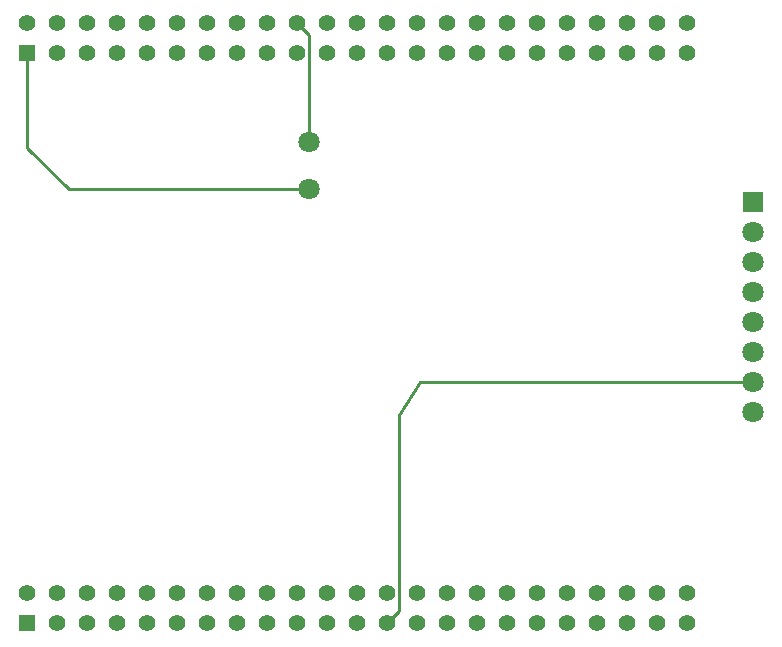
<source format=gbl>
G04 Layer: BottomLayer*
G04 EasyEDA v6.5.22, 2023-01-10 12:38:46*
G04 25b49afb8cf343a198f3b3cb698868e7,2e4b97ed0a384ad5b60706015a639cab,10*
G04 Gerber Generator version 0.2*
G04 Scale: 100 percent, Rotated: No, Reflected: No *
G04 Dimensions in inches *
G04 leading zeros omitted , absolute positions ,3 integer and 6 decimal *
%FSLAX36Y36*%
%MOIN*%

%ADD10C,0.0100*%
%ADD11C,0.0709*%
%ADD12R,0.0551X0.0551*%
%ADD13C,0.0551*%
%ADD14R,0.0709X0.0709*%

%LPD*%
D10*
X3260000Y-1330000D02*
G01*
X2150000Y-1330000D01*
X2080000Y-1440000D01*
X2080000Y-1910000D01*
X2080000Y-1960000D01*
X2080000Y-2095000D01*
X2040000Y-2135000D01*
X1780000Y-688739D02*
G01*
X978739Y-688739D01*
X840000Y-550000D01*
X840000Y-235000D01*
X1780000Y-531260D02*
G01*
X1780000Y-175000D01*
X1740000Y-135000D01*
D11*
G01*
X1780000Y-688739D03*
G01*
X1780000Y-531260D03*
D12*
G01*
X840000Y-235000D03*
D13*
G01*
X840000Y-135000D03*
G01*
X940000Y-235000D03*
G01*
X940000Y-135000D03*
G01*
X1040000Y-235000D03*
G01*
X1040000Y-135000D03*
G01*
X1140000Y-235000D03*
G01*
X1140000Y-135000D03*
G01*
X1240000Y-235000D03*
G01*
X1240000Y-135000D03*
G01*
X1340000Y-235000D03*
G01*
X1340000Y-135000D03*
G01*
X1440000Y-235000D03*
G01*
X1440000Y-135000D03*
G01*
X1540000Y-235000D03*
G01*
X1540000Y-135000D03*
G01*
X1640000Y-235000D03*
G01*
X1640000Y-135000D03*
G01*
X1740000Y-235000D03*
G01*
X1740000Y-135000D03*
G01*
X1840000Y-235000D03*
G01*
X1840000Y-135000D03*
G01*
X1940000Y-235000D03*
G01*
X1940000Y-135000D03*
G01*
X2040000Y-235000D03*
G01*
X2040000Y-135000D03*
G01*
X2140000Y-235000D03*
G01*
X2140000Y-135000D03*
G01*
X2240000Y-235000D03*
G01*
X2240000Y-135000D03*
G01*
X2340000Y-235000D03*
G01*
X2340000Y-135000D03*
G01*
X2440000Y-235000D03*
G01*
X2440000Y-135000D03*
G01*
X2540000Y-235000D03*
G01*
X2540000Y-135000D03*
G01*
X2640000Y-235000D03*
G01*
X2640000Y-135000D03*
G01*
X2740000Y-235000D03*
G01*
X2740000Y-135000D03*
G01*
X2840000Y-235000D03*
G01*
X2840000Y-135000D03*
G01*
X2940000Y-235000D03*
G01*
X2940000Y-135000D03*
G01*
X3040000Y-235000D03*
G01*
X3040000Y-135000D03*
D12*
G01*
X840000Y-2135000D03*
D13*
G01*
X840000Y-2035000D03*
G01*
X940000Y-2135000D03*
G01*
X940000Y-2035000D03*
G01*
X1040000Y-2135000D03*
G01*
X1040000Y-2035000D03*
G01*
X1140000Y-2135000D03*
G01*
X1140000Y-2035000D03*
G01*
X1240000Y-2135000D03*
G01*
X1240000Y-2035000D03*
G01*
X1340000Y-2135000D03*
G01*
X1340000Y-2035000D03*
G01*
X1440000Y-2135000D03*
G01*
X1440000Y-2035000D03*
G01*
X1540000Y-2135000D03*
G01*
X1540000Y-2035000D03*
G01*
X1640000Y-2135000D03*
G01*
X1640000Y-2035000D03*
G01*
X1740000Y-2135000D03*
G01*
X1740000Y-2035000D03*
G01*
X1840000Y-2135000D03*
G01*
X1840000Y-2035000D03*
G01*
X1940000Y-2135000D03*
G01*
X1940000Y-2035000D03*
G01*
X2040000Y-2135000D03*
G01*
X2040000Y-2035000D03*
G01*
X2140000Y-2135000D03*
G01*
X2140000Y-2035000D03*
G01*
X2240000Y-2135000D03*
G01*
X2240000Y-2035000D03*
G01*
X2340000Y-2135000D03*
G01*
X2340000Y-2035000D03*
G01*
X2440000Y-2135000D03*
G01*
X2440000Y-2035000D03*
G01*
X2540000Y-2135000D03*
G01*
X2540000Y-2035000D03*
G01*
X2640000Y-2135000D03*
G01*
X2640000Y-2035000D03*
G01*
X2740000Y-2135000D03*
G01*
X2740000Y-2035000D03*
G01*
X2840000Y-2135000D03*
G01*
X2840000Y-2035000D03*
G01*
X2940000Y-2135000D03*
G01*
X2940000Y-2035000D03*
G01*
X3040000Y-2135000D03*
G01*
X3040000Y-2035000D03*
D14*
G01*
X3260000Y-730000D03*
D11*
G01*
X3260000Y-830000D03*
G01*
X3260000Y-930000D03*
G01*
X3260000Y-1030000D03*
G01*
X3260000Y-1130000D03*
G01*
X3260000Y-1230000D03*
G01*
X3260000Y-1330000D03*
G01*
X3260000Y-1430000D03*
M02*

</source>
